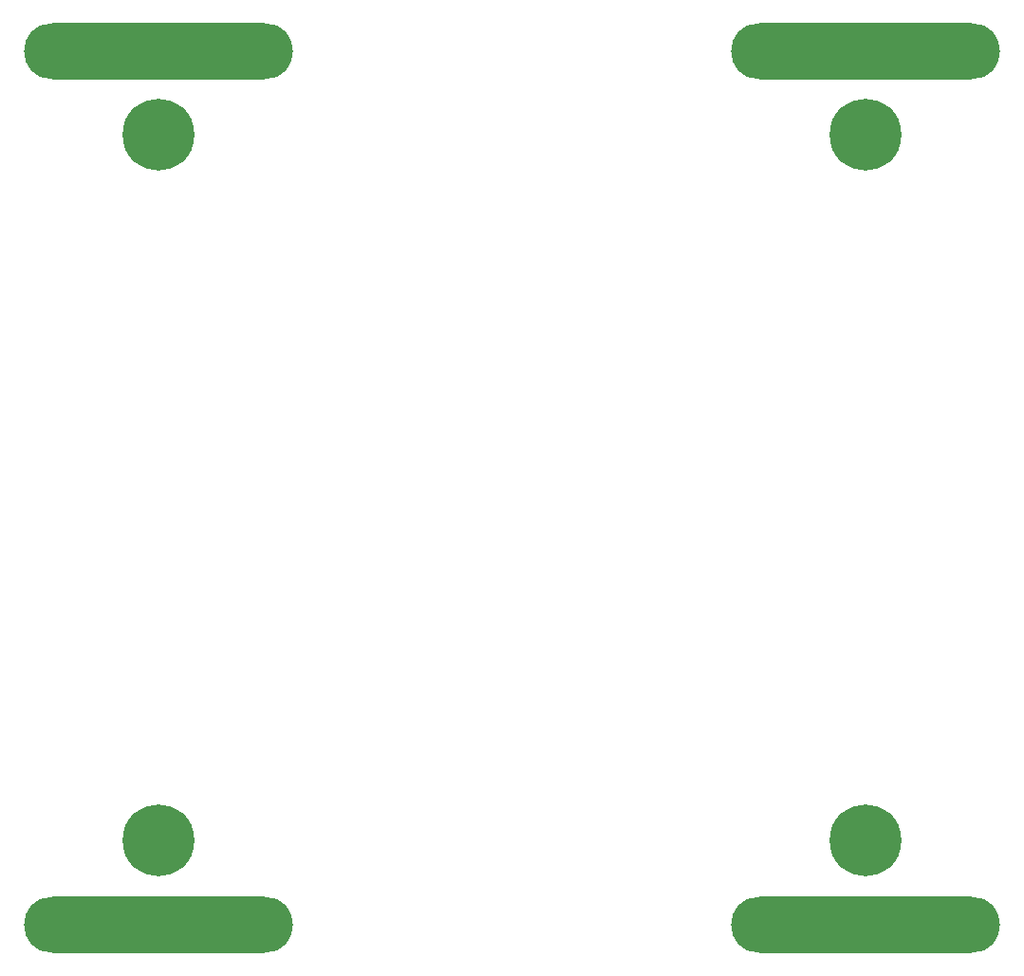
<source format=gbr>
%TF.GenerationSoftware,KiCad,Pcbnew,(6.0.0)*%
%TF.CreationDate,2022-06-20T09:58:44+02:00*%
%TF.ProjectId,bottom_plate_pcb,626f7474-6f6d-45f7-906c-6174655f7063,rev?*%
%TF.SameCoordinates,Original*%
%TF.FileFunction,Soldermask,Bot*%
%TF.FilePolarity,Negative*%
%FSLAX46Y46*%
G04 Gerber Fmt 4.6, Leading zero omitted, Abs format (unit mm)*
G04 Created by KiCad (PCBNEW (6.0.0)) date 2022-06-20 09:58:44*
%MOMM*%
%LPD*%
G01*
G04 APERTURE LIST*
%ADD10C,0.800000*%
%ADD11C,6.400000*%
%ADD12O,24.000000X5.000000*%
G04 APERTURE END LIST*
D10*
%TO.C,REF\u002A\u002A*%
X98500000Y-128100000D03*
X96100000Y-130500000D03*
X96802944Y-132197056D03*
X96802944Y-128802944D03*
X98500000Y-132900000D03*
X100900000Y-130500000D03*
X100197056Y-132197056D03*
X100197056Y-128802944D03*
D11*
X98500000Y-130500000D03*
%TD*%
D12*
%TO.C,J4*%
X98500000Y-60000000D03*
%TD*%
D10*
%TO.C,REF\u002A\u002A*%
X159802944Y-132197056D03*
X161500000Y-132900000D03*
X159802944Y-128802944D03*
X163900000Y-130500000D03*
X163197056Y-128802944D03*
X159100000Y-130500000D03*
X163197056Y-132197056D03*
D11*
X161500000Y-130500000D03*
D10*
X161500000Y-128100000D03*
%TD*%
%TO.C,REF\u002A\u002A*%
X161500000Y-69900000D03*
X159802944Y-69197056D03*
X163197056Y-69197056D03*
X161500000Y-65100000D03*
D11*
X161500000Y-67500000D03*
D10*
X159802944Y-65802944D03*
X163197056Y-65802944D03*
X163900000Y-67500000D03*
X159100000Y-67500000D03*
%TD*%
D12*
%TO.C,J3*%
X161500000Y-60000000D03*
%TD*%
D11*
%TO.C,REF\u002A\u002A*%
X98500000Y-67500000D03*
D10*
X100197056Y-65802944D03*
X98500000Y-69900000D03*
X96100000Y-67500000D03*
X100900000Y-67500000D03*
X100197056Y-69197056D03*
X96802944Y-65802944D03*
X98500000Y-65100000D03*
X96802944Y-69197056D03*
%TD*%
D12*
%TO.C,J2*%
X98500000Y-138000000D03*
%TD*%
%TO.C,J1*%
X161500000Y-138000000D03*
%TD*%
M02*

</source>
